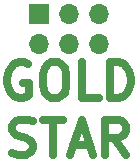
<source format=gtl>
G04 #@! TF.GenerationSoftware,KiCad,Pcbnew,(6.0.4-0)*
G04 #@! TF.CreationDate,2022-05-03T21:35:22-05:00*
G04 #@! TF.ProjectId,gold_star,676f6c64-5f73-4746-9172-2e6b69636164,rev?*
G04 #@! TF.SameCoordinates,Original*
G04 #@! TF.FileFunction,Copper,L1,Top*
G04 #@! TF.FilePolarity,Positive*
%FSLAX46Y46*%
G04 Gerber Fmt 4.6, Leading zero omitted, Abs format (unit mm)*
G04 Created by KiCad (PCBNEW (6.0.4-0)) date 2022-05-03 21:35:22*
%MOMM*%
%LPD*%
G01*
G04 APERTURE LIST*
%ADD10C,0.700000*%
G04 #@! TA.AperFunction,NonConductor*
%ADD11C,0.700000*%
G04 #@! TD*
G04 #@! TA.AperFunction,ComponentPad*
%ADD12O,1.700000X1.700000*%
G04 #@! TD*
G04 #@! TA.AperFunction,ComponentPad*
%ADD13R,1.700000X1.700000*%
G04 #@! TD*
G04 APERTURE END LIST*
D10*
D11*
X123500000Y-81085000D02*
X123214285Y-80942142D01*
X122785714Y-80942142D01*
X122357142Y-81085000D01*
X122071428Y-81370714D01*
X121928571Y-81656428D01*
X121785714Y-82227857D01*
X121785714Y-82656428D01*
X121928571Y-83227857D01*
X122071428Y-83513571D01*
X122357142Y-83799285D01*
X122785714Y-83942142D01*
X123071428Y-83942142D01*
X123500000Y-83799285D01*
X123642857Y-83656428D01*
X123642857Y-82656428D01*
X123071428Y-82656428D01*
X125500000Y-80942142D02*
X126071428Y-80942142D01*
X126357142Y-81085000D01*
X126642857Y-81370714D01*
X126785714Y-81942142D01*
X126785714Y-82942142D01*
X126642857Y-83513571D01*
X126357142Y-83799285D01*
X126071428Y-83942142D01*
X125500000Y-83942142D01*
X125214285Y-83799285D01*
X124928571Y-83513571D01*
X124785714Y-82942142D01*
X124785714Y-81942142D01*
X124928571Y-81370714D01*
X125214285Y-81085000D01*
X125500000Y-80942142D01*
X129500000Y-83942142D02*
X128071428Y-83942142D01*
X128071428Y-80942142D01*
X130500000Y-83942142D02*
X130500000Y-80942142D01*
X131214285Y-80942142D01*
X131642857Y-81085000D01*
X131928571Y-81370714D01*
X132071428Y-81656428D01*
X132214285Y-82227857D01*
X132214285Y-82656428D01*
X132071428Y-83227857D01*
X131928571Y-83513571D01*
X131642857Y-83799285D01*
X131214285Y-83942142D01*
X130500000Y-83942142D01*
X122214285Y-88629285D02*
X122642857Y-88772142D01*
X123357142Y-88772142D01*
X123642857Y-88629285D01*
X123785714Y-88486428D01*
X123928571Y-88200714D01*
X123928571Y-87915000D01*
X123785714Y-87629285D01*
X123642857Y-87486428D01*
X123357142Y-87343571D01*
X122785714Y-87200714D01*
X122500000Y-87057857D01*
X122357142Y-86915000D01*
X122214285Y-86629285D01*
X122214285Y-86343571D01*
X122357142Y-86057857D01*
X122500000Y-85915000D01*
X122785714Y-85772142D01*
X123500000Y-85772142D01*
X123928571Y-85915000D01*
X124785714Y-85772142D02*
X126500000Y-85772142D01*
X125642857Y-88772142D02*
X125642857Y-85772142D01*
X127357142Y-87915000D02*
X128785714Y-87915000D01*
X127071428Y-88772142D02*
X128071428Y-85772142D01*
X129071428Y-88772142D01*
X131785714Y-88772142D02*
X130785714Y-87343571D01*
X130071428Y-88772142D02*
X130071428Y-85772142D01*
X131214285Y-85772142D01*
X131500000Y-85915000D01*
X131642857Y-86057857D01*
X131785714Y-86343571D01*
X131785714Y-86772142D01*
X131642857Y-87057857D01*
X131500000Y-87200714D01*
X131214285Y-87343571D01*
X130071428Y-87343571D01*
D12*
X129540000Y-79340000D03*
X129540000Y-76800000D03*
X127000000Y-79340000D03*
X127000000Y-76800000D03*
X124460000Y-79340000D03*
D13*
X124460000Y-76800000D03*
M02*

</source>
